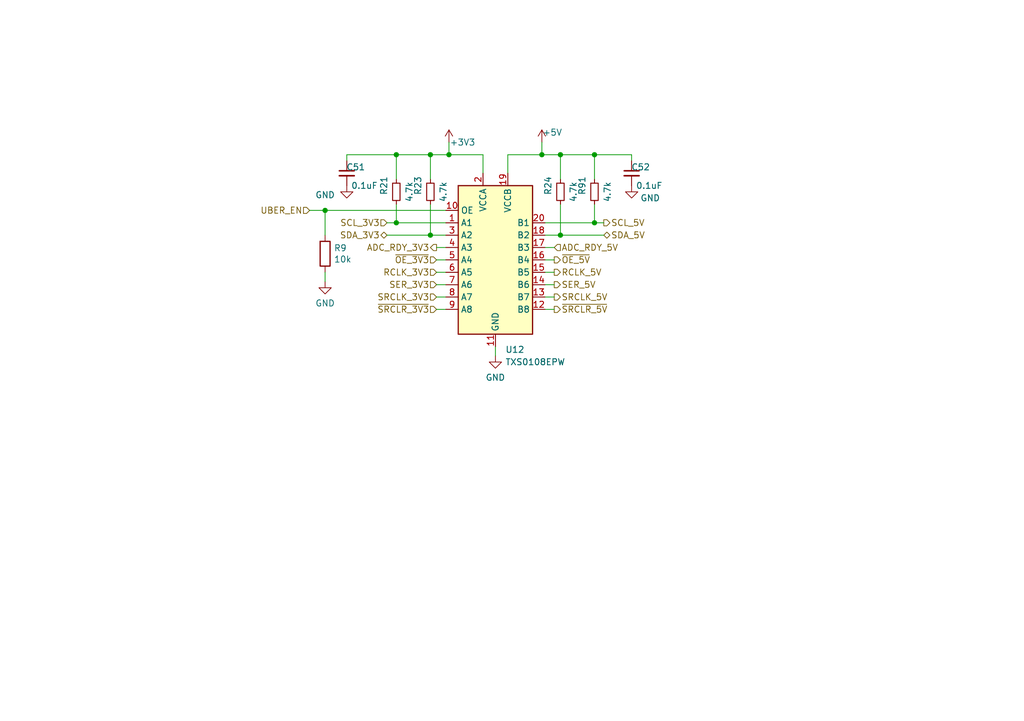
<source format=kicad_sch>
(kicad_sch (version 20250114) (generator "eeschema") (generator_version "9.0")
  (paper "A5")
  (lib_symbols
    (symbol "Device:C_Small" (pin_numbers (hide yes)) (pin_names (offset 0.254) (hide yes))
      (property "Reference" "C" (at 0.254 1.778 0))
      (property "Value" "C_Small" (at 0.254 -2.032 0))
      (symbol "C_Small_0_1"
        (polyline (pts (xy -1.524 0.508) (xy 1.524 0.508)) (stroke (width 0.3048)))
        (polyline (pts (xy -1.524 -0.508) (xy 1.524 -0.508)) (stroke (width 0.3302)))
      )
      (symbol "C_Small_1_1"
        (pin passive line (at 0 2.54 270) (length 2.032) (name "~") (number "1"))
        (pin passive line (at 0 -2.54 90) (length 2.032) (name "~") (number "2"))
      )
    )
    (symbol "Device:R" (pin_numbers (hide yes)) (pin_names (offset 0))
      (property "Reference" "R" (at 2.032 0 90))
      (property "Value" "R" (at 0 0 90))
      (symbol "R_0_1"
        (rectangle (start -1.016 -2.54) (end 1.016 2.54) (stroke (width 0.254)))
      )
      (symbol "R_1_1"
        (pin passive line (at 0 3.81 270) (length 1.27) (name "~") (number "1"))
        (pin passive line (at 0 -3.81 90) (length 1.27) (name "~") (number "2"))
      )
    )
    (symbol "Device:R_Small" (pin_numbers (hide yes)) (pin_names (offset 0.254) (hide yes))
      (property "Reference" "R" (at 0.762 0.508 0))
      (property "Value" "R_Small" (at 0.762 -1.016 0))
      (symbol "R_Small_0_1"
        (rectangle (start -0.762 1.778) (end 0.762 -1.778) (stroke (width 0.2032)))
      )
      (symbol "R_Small_1_1"
        (pin passive line (at 0 2.54 270) (length 0.762) (name "~") (number "1"))
        (pin passive line (at 0 -2.54 90) (length 0.762) (name "~") (number "2"))
      )
    )
    (symbol "Logic_LevelTranslator:TXS0108EPW"
      (property "Reference" "U" (at -6.35 16.51 0))
      (property "Value" "TXS0108EPW" (at 3.81 16.51 0))
      (symbol "TXS0108EPW_0_1"
        (rectangle (start -7.62 15.24) (end 7.62 -15.24) (stroke (width 0.254)) (fill (type background)))
      )
      (symbol "TXS0108EPW_1_1"
        (pin input line (at -10.16 10.16 0) (length 2.54) (name "OE") (number "10"))
        (pin bidirectional line (at -10.16 7.62 0) (length 2.54) (name "A1") (number "1"))
        (pin bidirectional line (at -10.16 5.08 0) (length 2.54) (name "A2") (number "3"))
        (pin bidirectional line (at -10.16 2.54 0) (length 2.54) (name "A3") (number "4"))
        (pin bidirectional line (at -10.16 0 0) (length 2.54) (name "A4") (number "5"))
        (pin bidirectional line (at -10.16 -2.54 0) (length 2.54) (name "A5") (number "6"))
        (pin bidirectional line (at -10.16 -5.08 0) (length 2.54) (name "A6") (number "7"))
        (pin bidirectional line (at -10.16 -7.62 0) (length 2.54) (name "A7") (number "8"))
        (pin bidirectional line (at -10.16 -10.16 0) (length 2.54) (name "A8") (number "9"))
        (pin power_in line (at -2.54 17.78 270) (length 2.54) (name "VCCA") (number "2"))
        (pin power_in line (at 0 -17.78 90) (length 2.54) (name "GND") (number "11"))
        (pin power_in line (at 2.54 17.78 270) (length 2.54) (name "VCCB") (number "19"))
        (pin bidirectional line (at 10.16 7.62 180) (length 2.54) (name "B1") (number "20"))
        (pin bidirectional line (at 10.16 5.08 180) (length 2.54) (name "B2") (number "18"))
        (pin bidirectional line (at 10.16 2.54 180) (length 2.54) (name "B3") (number "17"))
        (pin bidirectional line (at 10.16 0 180) (length 2.54) (name "B4") (number "16"))
        (pin bidirectional line (at 10.16 -2.54 180) (length 2.54) (name "B5") (number "15"))
        (pin bidirectional line (at 10.16 -5.08 180) (length 2.54) (name "B6") (number "14"))
        (pin bidirectional line (at 10.16 -7.62 180) (length 2.54) (name "B7") (number "13"))
        (pin bidirectional line (at 10.16 -10.16 180) (length 2.54) (name "B8") (number "12"))
      )
    )
    (symbol "power:+3V3" (power) (pin_names (offset 0))
      (property "Value" "+3V3" (at 0 3.556 0))
      (symbol "+3V3_0_1"
        (polyline (pts (xy -0.762 1.27) (xy 0 2.54)))
        (polyline (pts (xy 0 2.54) (xy 0.762 1.27)))
        (polyline (pts (xy 0 0) (xy 0 2.54)))
      )
      (symbol "+3V3_1_1"
        (pin power_in line (at 0 0 90) (length 0) (hide yes) (name "+3V3") (number "1"))
      )
    )
    (symbol "power:+5V" (power) (pin_names (offset 0))
      (property "Value" "+5V" (at 0 3.556 0))
      (symbol "+5V_0_1"
        (polyline (pts (xy -0.762 1.27) (xy 0 2.54)))
        (polyline (pts (xy 0 2.54) (xy 0.762 1.27)))
        (polyline (pts (xy 0 0) (xy 0 2.54)))
      )
      (symbol "+5V_1_1"
        (pin power_in line (at 0 0 90) (length 0) (hide yes) (name "+5V") (number "1"))
      )
    )
    (symbol "power:GND" (power) (pin_names (offset 0))
      (property "Value" "GND" (at 0 -3.81 0))
      (symbol "GND_0_1"
        (polyline (pts (xy 0 0) (xy 0 -1.27) (xy 1.27 -1.27) (xy 0 -2.54) (xy -1.27 -1.27) (xy 0 -1.27)))
      )
      (symbol "GND_1_1"
        (pin power_in line (at 0 0 270) (length 0) (hide yes) (name "GND") (number "1"))
      )
    )
  )
  (junction (at 114.935 48.26))
  (junction (at 114.935 31.75))
  (junction (at 121.92 31.75))
  (junction (at 81.28 31.75))
  (junction (at 66.675 43.18))
  (junction (at 121.92 45.72))
  (junction (at 88.265 31.75))
  (junction (at 88.265 48.26))
  (junction (at 81.28 45.72))
  (junction (at 111.125 31.75))
  (junction (at 92.075 31.75))
  (wire (pts (xy 111.76 63.5) (xy 113.665 63.5)))
  (wire (pts (xy 66.675 55.88) (xy 66.675 57.785)))
  (wire (pts (xy 92.075 29.21) (xy 92.075 31.75)))
  (wire (pts (xy 101.6 71.12) (xy 101.6 73.025)))
  (wire (pts (xy 121.92 45.72) (xy 123.825 45.72)))
  (wire (pts (xy 111.76 53.34) (xy 113.665 53.34)))
  (wire (pts (xy 111.76 45.72) (xy 121.92 45.72)))
  (wire (pts (xy 89.535 58.42) (xy 91.44 58.42)))
  (wire (pts (xy 104.14 31.75) (xy 104.14 35.56)))
  (wire (pts (xy 111.125 31.75) (xy 104.14 31.75)))
  (wire (pts (xy 89.535 53.34) (xy 91.44 53.34)))
  (wire (pts (xy 81.28 36.83) (xy 81.28 31.75)))
  (wire (pts (xy 71.12 33.02) (xy 71.12 31.75)))
  (wire (pts (xy 88.265 41.91) (xy 88.265 48.26)))
  (wire (pts (xy 66.675 43.18) (xy 66.675 48.26)))
  (wire (pts (xy 99.06 31.75) (xy 99.06 35.56)))
  (wire (pts (xy 89.535 63.5) (xy 91.44 63.5)))
  (wire (pts (xy 79.375 48.26) (xy 88.265 48.26)))
  (wire (pts (xy 92.075 31.75) (xy 99.06 31.75)))
  (wire (pts (xy 121.92 36.83) (xy 121.92 31.75)))
  (wire (pts (xy 91.44 43.18) (xy 66.675 43.18)))
  (wire (pts (xy 111.125 29.21) (xy 111.125 31.75)))
  (wire (pts (xy 111.76 60.96) (xy 113.665 60.96)))
  (wire (pts (xy 88.265 48.26) (xy 91.44 48.26)))
  (wire (pts (xy 111.76 55.88) (xy 113.665 55.88)))
  (wire (pts (xy 89.535 50.8) (xy 91.44 50.8)))
  (wire (pts (xy 129.54 31.75) (xy 121.92 31.75)))
  (wire (pts (xy 88.265 36.83) (xy 88.265 31.75)))
  (wire (pts (xy 111.76 58.42) (xy 113.665 58.42)))
  (wire (pts (xy 63.5 43.18) (xy 66.675 43.18)))
  (wire (pts (xy 129.54 33.02) (xy 129.54 31.75)))
  (wire (pts (xy 114.935 31.75) (xy 114.935 36.83)))
  (wire (pts (xy 81.28 31.75) (xy 88.265 31.75)))
  (wire (pts (xy 88.265 31.75) (xy 92.075 31.75)))
  (wire (pts (xy 79.375 45.72) (xy 81.28 45.72)))
  (wire (pts (xy 89.535 60.96) (xy 91.44 60.96)))
  (wire (pts (xy 89.535 55.88) (xy 91.44 55.88)))
  (wire (pts (xy 114.935 48.26) (xy 123.825 48.26)))
  (wire (pts (xy 81.28 41.91) (xy 81.28 45.72)))
  (wire (pts (xy 111.76 48.26) (xy 114.935 48.26)))
  (wire (pts (xy 121.92 41.91) (xy 121.92 45.72)))
  (wire (pts (xy 81.28 45.72) (xy 91.44 45.72)))
  (wire (pts (xy 114.935 41.91) (xy 114.935 48.26)))
  (wire (pts (xy 111.125 31.75) (xy 114.935 31.75)))
  (wire (pts (xy 114.935 31.75) (xy 121.92 31.75)))
  (wire (pts (xy 71.12 31.75) (xy 81.28 31.75)))
  (wire (pts (xy 111.76 50.8) (xy 113.665 50.8)))
  (hierarchical_label "SCL_3V3" (shape input) (at 79.375 45.72 180))
  (hierarchical_label "RCLK_5V" (shape output) (at 113.665 55.88 0))
  (hierarchical_label "ADC_RDY_5V" (shape input) (at 113.665 50.8 0))
  (hierarchical_label "~{SRCLR_5V}" (shape output) (at 113.665 63.5 0))
  (hierarchical_label "SER_3V3" (shape input) (at 89.535 58.42 180))
  (hierarchical_label "SDA_5V" (shape bidirectional) (at 123.825 48.26 0))
  (hierarchical_label "SER_5V" (shape output) (at 113.665 58.42 0))
  (hierarchical_label "SRCLK_5V" (shape output) (at 113.665 60.96 0))
  (hierarchical_label "SRCLK_3V3" (shape input) (at 89.535 60.96 180))
  (hierarchical_label "SCL_5V" (shape output) (at 123.825 45.72 0))
  (hierarchical_label "~{OE_3V3}" (shape input) (at 89.535 53.34 180))
  (hierarchical_label "~{OE_5V}" (shape output) (at 113.665 53.34 0))
  (hierarchical_label "SDA_3V3" (shape bidirectional) (at 79.375 48.26 180))
  (hierarchical_label "UBER_EN" (shape input) (at 63.5 43.18 180))
  (hierarchical_label "ADC_RDY_3V3" (shape output) (at 89.535 50.8 180))
  (hierarchical_label "~{SRCLR_3V3}" (shape input) (at 89.535 63.5 180))
  (hierarchical_label "RCLK_3V3" (shape input) (at 89.535 55.88 180))
  (symbol (lib_id "Device:R_Small") (at 121.92 39.37 180) (unit 1)
    (property "Reference" "R91" (at 119.38 38.1 90))
    (property "Value" "4.7k" (at 124.587 39.37 90))
    (property "Footprint" "Resistor_SMD:R_0402_1005Metric" (effects (hide yes)))
    (property "Datasheet" "https://www.yageo.com/upload/media/product/productsearch/datasheet/rchip/PYu-RC_Group_51_RoHS_L_12.pdf" (effects (hide yes)))
    (property "Comment" "4.7 kOhms ±1% 0.063W, 1/16W Chip Resistor 0402 (1005 Metric) Moisture Resistant Thick Film" (effects (hide yes)))
    (property "Digikey Number" "311-4.7KLRCT-ND" (effects (hide yes)))
    (property "Part Number" "RC0402FR-074K7L" (effects (hide yes)))
    (property "Price ($)" "0.1" (effects (hide yes)))
  )
  (symbol (lib_id "Device:R_Small") (at 88.265 39.37 180) (unit 1)
    (property "Reference" "R23" (at 85.725 38.1 90))
    (property "Value" "4.7k" (at 90.932 39.37 90))
    (property "Footprint" "Resistor_SMD:R_0402_1005Metric" (effects (hide yes)))
    (property "Datasheet" "https://www.yageo.com/upload/media/product/productsearch/datasheet/rchip/PYu-RC_Group_51_RoHS_L_12.pdf" (effects (hide yes)))
    (property "Comment" "4.7 kOhms ±1% 0.063W, 1/16W Chip Resistor 0402 (1005 Metric) Moisture Resistant Thick Film" (effects (hide yes)))
    (property "Digikey Number" "311-4.7KLRCT-ND" (effects (hide yes)))
    (property "Part Number" "RC0402FR-074K7L" (effects (hide yes)))
    (property "Price ($)" "0.1" (effects (hide yes)))
  )
  (symbol (lib_id "power:GND") (at 66.675 57.785 0) (unit 1)
    (property "Reference" "#PWR039" (effects (hide yes)))
    (property "Value" "GND" (at 66.675 62.23 0))
  )
  (symbol (lib_id "Device:R_Small") (at 114.935 39.37 180) (unit 1)
    (property "Reference" "R24" (at 112.395 38.1 90))
    (property "Value" "4.7k" (at 117.602 39.37 90))
    (property "Footprint" "Resistor_SMD:R_0402_1005Metric" (effects (hide yes)))
    (property "Datasheet" "https://www.yageo.com/upload/media/product/productsearch/datasheet/rchip/PYu-RC_Group_51_RoHS_L_12.pdf" (effects (hide yes)))
    (property "Comment" "4.7 kOhms ±1% 0.063W, 1/16W Chip Resistor 0402 (1005 Metric) Moisture Resistant Thick Film" (effects (hide yes)))
    (property "Digikey Number" "311-4.7KLRCT-ND" (effects (hide yes)))
    (property "Part Number" "RC0402FR-074K7L" (effects (hide yes)))
    (property "Price ($)" "0.1" (effects (hide yes)))
  )
  (symbol (lib_id "power:GND") (at 71.12 38.1 0) (unit 1)
    (property "Reference" "#PWR043" (effects (hide yes)))
    (property "Value" "GND" (at 66.675 40.005 0))
  )
  (symbol (lib_id "power:+5V") (at 111.125 29.21 0) (unit 1)
    (property "Reference" "#PWR042" (effects (hide yes)))
    (property "Value" "+5V" (at 113.284 27.178 0))
  )
  (symbol (lib_id "power:GND") (at 101.6 73.025 0) (unit 1)
    (property "Reference" "#PWR044" (effects (hide yes)))
    (property "Value" "GND" (at 101.6 77.47 0))
  )
  (symbol (lib_id "Device:R") (at 66.675 52.07 0) (unit 1)
    (property "Reference" "R9" (at 68.453 50.9016 0) (effects (justify left)))
    (property "Value" "10k" (at 68.453 53.213 0) (effects (justify left)))
    (property "Footprint" "Resistor_SMD:R_0402_1005Metric" (effects (hide yes)))
    (property "Datasheet" "https://www.yageo.com/upload/media/product/productsearch/datasheet/rchip/PYu-RC_Group_51_RoHS_L_12.pdf" (effects (hide yes)))
    (property "Comment" "10 kOhms ±1% 0.063W, 1/16W Chip Resistor 0402 (1005 Metric) Moisture Resistant Thick Film" (effects (hide yes)))
    (property "Digikey Number" "311-10.0KLRCT-ND" (effects (hide yes)))
    (property "Part Number" "RC0402FR-0710KL" (effects (hide yes)))
    (property "Price ($)" "0.1" (effects (hide yes)))
  )
  (symbol (lib_id "power:+3V3") (at 92.075 29.21 0) (mirror y) (unit 1)
    (property "Reference" "#PWR0100" (effects (hide yes)))
    (property "Value" "+3V3" (at 94.869 29.21 0))
  )
  (symbol (lib_id "Device:C_Small") (at 71.12 35.56 0) (mirror y) (unit 1)
    (property "Reference" "C51" (at 74.93 34.29 0) (effects (justify left)))
    (property "Value" "0.1uF" (at 77.47 38.1 0) (effects (justify left)))
    (property "Footprint" "Capacitor_SMD:C_0402_1005Metric" (effects (hide yes)))
    (property "Datasheet" "https://www.yageo.com/upload/media/product/productsearch/datasheet/mlcc/UPY-GPHC_X7R_6.3V-to-250V_22.pdf" (effects (hide yes)))
    (property "Part Number" "CC0402KRX7R7BB104" (effects (hide yes)))
    (property "Digikey Number" "311-1338-1-ND" (effects (hide yes)))
    (property "Price ($)" "0.1" (effects (hide yes)))
    (property "Comment" "0.1 µF ±10% 16V Ceramic Capacitor X7R 0402 (1005 Metric)" (effects (hide yes)))
  )
  (symbol (lib_id "Device:R_Small") (at 81.28 39.37 180) (unit 1)
    (property "Reference" "R21" (at 78.74 38.1 90))
    (property "Value" "4.7k" (at 83.947 39.37 90))
    (property "Footprint" "Resistor_SMD:R_0402_1005Metric" (effects (hide yes)))
    (property "Datasheet" "https://www.yageo.com/upload/media/product/productsearch/datasheet/rchip/PYu-RC_Group_51_RoHS_L_12.pdf" (effects (hide yes)))
    (property "Comment" "4.7 kOhms ±1% 0.063W, 1/16W Chip Resistor 0402 (1005 Metric) Moisture Resistant Thick Film" (effects (hide yes)))
    (property "Digikey Number" "311-4.7KLRCT-ND" (effects (hide yes)))
    (property "Part Number" "RC0402FR-074K7L" (effects (hide yes)))
    (property "Price ($)" "0.1" (effects (hide yes)))
  )
  (symbol (lib_id "power:GND") (at 129.54 38.1 0) (unit 1)
    (property "Reference" "#PWR087" (effects (hide yes)))
    (property "Value" "GND" (at 133.35 40.64 0))
  )
  (symbol (lib_id "Logic_LevelTranslator:TXS0108EPW") (at 101.6 53.34 0) (unit 1)
    (property "Reference" "U12" (at 103.6194 71.755 0) (effects (justify left)))
    (property "Value" "TXS0108EPW" (at 103.6194 74.295 0) (effects (justify left)))
    (property "Footprint" "Package_SO:TSSOP-20_4.4x6.5mm_P0.65mm" (effects (hide yes)))
    (property "Datasheet" "www.ti.com/lit/ds/symlink/txs0108e.pdf" (effects (hide yes)))
  )
  (symbol (lib_id "Device:C_Small") (at 129.54 35.56 0) (mirror y) (unit 1)
    (property "Reference" "C52" (at 133.35 34.29 0) (effects (justify left)))
    (property "Value" "0.1uF" (at 135.89 38.1 0) (effects (justify left)))
    (property "Footprint" "Capacitor_SMD:C_0402_1005Metric" (effects (hide yes)))
    (property "Datasheet" "https://www.yageo.com/upload/media/product/productsearch/datasheet/mlcc/UPY-GPHC_X7R_6.3V-to-250V_22.pdf" (effects (hide yes)))
    (property "Part Number" "CC0402KRX7R7BB104" (effects (hide yes)))
    (property "Digikey Number" "311-1338-1-ND" (effects (hide yes)))
    (property "Price ($)" "0.1" (effects (hide yes)))
    (property "Comment" "0.1 µF ±10% 16V Ceramic Capacitor X7R 0402 (1005 Metric)" (effects (hide yes)))
  )
)
</source>
